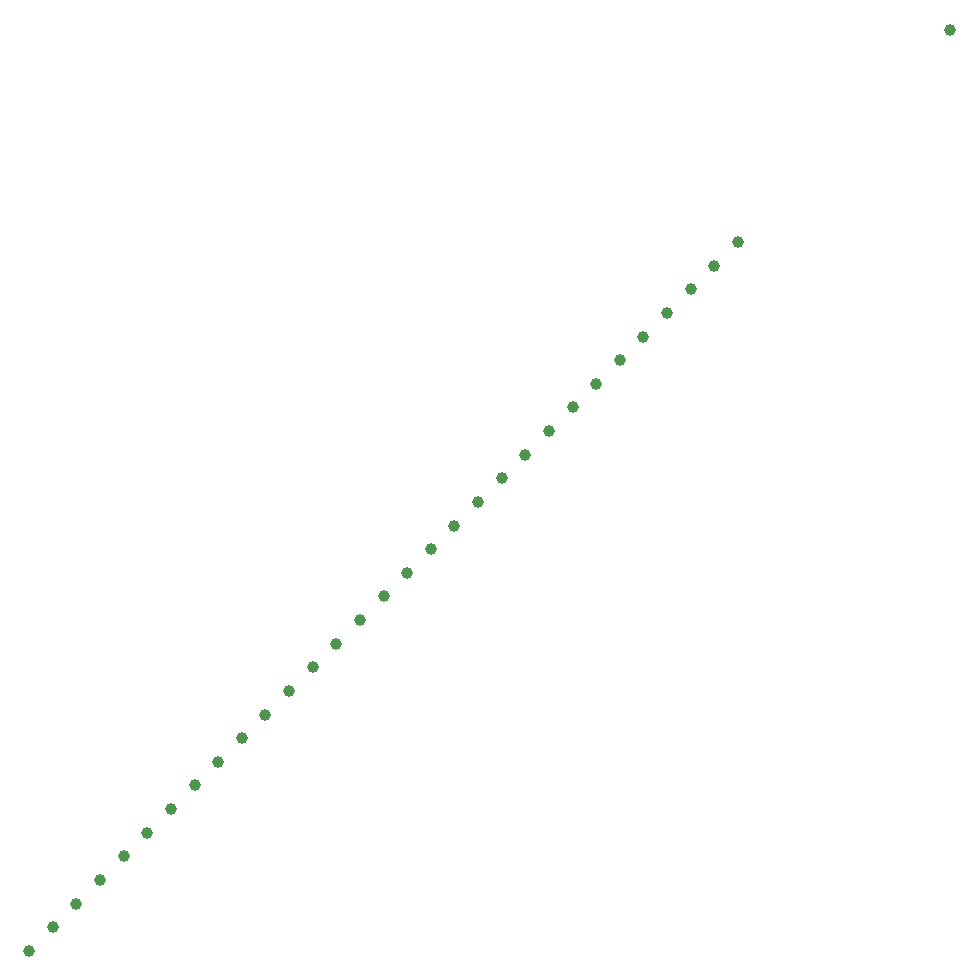
<source format=gbr>
G04 Examples for testing time performance of Gerber parsers*
%FSLAX26Y26*%
%MOMM*%
%ADD10C,1*%
%LPD*%
D10*
X0Y0D03*
X78000000Y78000000D03*
X2000000Y2000000D03*
X4000000Y4000000D03*
X6000000Y6000000D03*
X8000000Y8000000D03*
X10000000Y10000000D03*
X12000000Y12000000D03*
X14000000Y14000000D03*
X16000000Y16000000D03*
X18000000Y18000000D03*
X20000000Y20000000D03*
X22000000Y22000000D03*
X24000000Y24000000D03*
X26000000Y26000000D03*
X28000000Y28000000D03*
X30000000Y30000000D03*
X32000000Y32000000D03*
X34000000Y34000000D03*
X36000000Y36000000D03*
X38000000Y38000000D03*
X40000000Y40000000D03*
X42000000Y42000000D03*
X44000000Y44000000D03*
X46000000Y46000000D03*
X48000000Y48000000D03*
X50000000Y50000000D03*
X52000000Y52000000D03*
X54000000Y54000000D03*
X56000000Y56000000D03*
X58000000Y58000000D03*
X60000000Y60000000D03*
M02*

</source>
